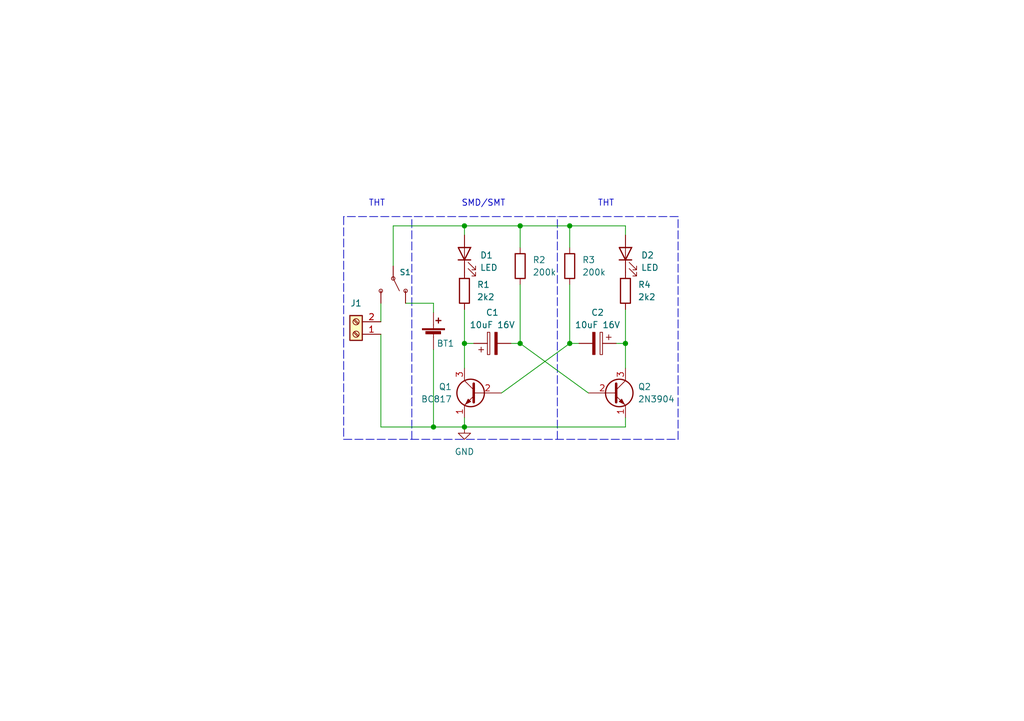
<source format=kicad_sch>
(kicad_sch (version 20211123) (generator eeschema)
  (paper "A5")
  (title_block (title "Soldering contest PCB HAN") (date "2022-11-18") (rev "V0.2") (company "HAN ") (comment 1 "Designed by: Casper R. Tak"))
  (lib_symbols
    (symbol "Connector:Screw_Terminal_01x02" (pin_names (offset 1.016) hide)
      (property "Reference" "J" (at 0 2.54 0))
      (property "Value" "Screw_Terminal_01x02" (at 0 -5.08 0))
      (symbol "Screw_Terminal_01x02_1_1"
        (rectangle (start -1.27 1.27) (end 1.27 -3.81) (stroke (width 0.254)) (fill (type background)))
        (circle (center 0 -2.54) (radius 0.635) (stroke (width 0.1524)))
        (polyline (pts (xy -0.5334 -2.2098) (xy 0.3302 -3.048)) (stroke (width 0.1524)))
        (polyline (pts (xy -0.5334 0.3302) (xy 0.3302 -0.508)) (stroke (width 0.1524)))
        (polyline (pts (xy -0.3556 -2.032) (xy 0.508 -2.8702)) (stroke (width 0.1524)))
        (polyline (pts (xy -0.3556 0.508) (xy 0.508 -0.3302)) (stroke (width 0.1524)))
        (circle (center 0 0) (radius 0.635) (stroke (width 0.1524)))
        (pin passive line (at -5.08 0 0) (length 3.81) (name "Pin_1") (number "1"))
        (pin passive line (at -5.08 -2.54 0) (length 3.81) (name "Pin_2") (number "2"))
      )
    )
    (symbol "Device:Battery_Cell" (pin_numbers hide) (pin_names (offset 0) hide)
      (property "Reference" "BT" (at 2.54 2.54 0))
      (property "Value" "Battery_Cell" (at 2.54 0 0))
      (symbol "Battery_Cell_0_1"
        (rectangle (start -2.286 1.778) (end 2.286 1.524) (fill (type outline)))
        (rectangle (start -1.5748 1.1938) (end 1.4732 0.6858) (fill (type outline)))
        (polyline (pts (xy 0 0.762) (xy 0 0)))
        (polyline (pts (xy 0 1.778) (xy 0 2.54)))
        (polyline (pts (xy 0.508 3.429) (xy 1.524 3.429)) (stroke (width 0.254)))
        (polyline (pts (xy 1.016 3.937) (xy 1.016 2.921)) (stroke (width 0.254)))
      )
      (symbol "Battery_Cell_1_1"
        (pin passive line (at 0 5.08 270) (length 2.54) (name "+") (number "1"))
        (pin passive line (at 0 -2.54 90) (length 2.54) (name "-") (number "2"))
      )
    )
    (symbol "Device:C_Polarized" (pin_numbers hide) (pin_names (offset 0.254))
      (property "Reference" "C" (at 0.635 2.54 0))
      (property "Value" "C_Polarized" (at 0.635 -2.54 0))
      (symbol "C_Polarized_0_1"
        (rectangle (start -2.286 0.508) (end 2.286 1.016))
        (polyline (pts (xy -1.778 2.286) (xy -0.762 2.286)))
        (polyline (pts (xy -1.27 2.794) (xy -1.27 1.778)))
        (rectangle (start 2.286 -0.508) (end -2.286 -1.016) (fill (type outline)))
      )
      (symbol "C_Polarized_1_1"
        (pin passive line (at 0 3.81 270) (length 2.794) (name "~") (number "1"))
        (pin passive line (at 0 -3.81 90) (length 2.794) (name "~") (number "2"))
      )
    )
    (symbol "Device:LED" (pin_numbers hide) (pin_names (offset 1.016) hide)
      (property "Reference" "D" (at 0 2.54 0))
      (property "Value" "LED" (at 0 -2.54 0))
      (symbol "LED_0_1"
        (polyline (pts (xy -1.27 -1.27) (xy -1.27 1.27)) (stroke (width 0.254)))
        (polyline (pts (xy -1.27 0) (xy 1.27 0)))
        (polyline (pts (xy 1.27 -1.27) (xy 1.27 1.27) (xy -1.27 0) (xy 1.27 -1.27)) (stroke (width 0.254)))
        (polyline (pts (xy -3.048 -0.762) (xy -4.572 -2.286) (xy -3.81 -2.286) (xy -4.572 -2.286) (xy -4.572 -1.524)))
        (polyline (pts (xy -1.778 -0.762) (xy -3.302 -2.286) (xy -2.54 -2.286) (xy -3.302 -2.286) (xy -3.302 -1.524)))
      )
      (symbol "LED_1_1"
        (pin passive line (at -3.81 0 0) (length 2.54) (name "K") (number "1"))
        (pin passive line (at 3.81 0 180) (length 2.54) (name "A") (number "2"))
      )
    )
    (symbol "Device:R" (pin_numbers hide) (pin_names (offset 0))
      (property "Reference" "R" (at 2.032 0 90))
      (property "Value" "R" (at 0 0 90))
      (symbol "R_0_1"
        (rectangle (start -1.016 -2.54) (end 1.016 2.54) (stroke (width 0.254)))
      )
      (symbol "R_1_1"
        (pin passive line (at 0 3.81 270) (length 1.27) (name "~") (number "1"))
        (pin passive line (at 0 -3.81 90) (length 1.27) (name "~") (number "2"))
      )
    )
    (symbol "SparkFun-Switches:SWITCH-SPDT-PTH-11.6X4.0MM-KIT" (pin_numbers hide) (pin_names (offset 1.016) hide)
      (property "Reference" "S" (at -2.54 3.81 0))
      (property "Value" "SWITCH-SPDT-PTH-11.6X4.0MM-KIT" (at -2.54 -5.08 0))
      (property "Field4" "SWCH-08261" (at 0 7.62 0))
      (symbol "SWITCH-SPDT-PTH-11.6X4.0MM-KIT_1_0"
        (polyline (pts (xy 0 0) (xy 2.54 1.27)))
        (polyline (pts (xy 2.54 -2.54) (xy 3.175 -2.54)))
        (polyline (pts (xy 2.54 2.54) (xy 3.175 2.54)))
      )
      (symbol "SWITCH-SPDT-PTH-11.6X4.0MM-KIT_1_1"
        (circle (center 0 0) (radius 0.3556))
        (circle (center 2.54 -2.54) (radius 0.3556))
        (circle (center 2.54 2.54) (radius 0.3556))
        (pin passive line (at 5.08 2.54 180) (length 2.54) (name "O") (number "1"))
        (pin passive line (at -2.54 0 0) (length 2.54) (name "P") (number "2"))
        (pin passive line (at 5.08 -2.54 180) (length 2.54) (name "S") (number "3"))
      )
    )
    (symbol "Transistor_BJT:2N3904" (pin_names (offset 0) hide)
      (property "Reference" "Q" (at 5.08 1.905 0))
      (property "Value" "2N3904" (at 5.08 0 0))
      (symbol "2N3904_0_1"
        (polyline (pts (xy 0.635 0.635) (xy 2.54 2.54)))
        (polyline (pts (xy 0.635 -0.635) (xy 2.54 -2.54) (xy 2.54 -2.54)))
        (polyline (pts (xy 0.635 1.905) (xy 0.635 -1.905) (xy 0.635 -1.905)) (stroke (width 0.508)))
        (polyline (pts (xy 1.27 -1.778) (xy 1.778 -1.27) (xy 2.286 -2.286) (xy 1.27 -1.778) (xy 1.27 -1.778)) (fill (type outline)))
        (circle (center 1.27 0) (radius 2.8194) (stroke (width 0.254)))
      )
      (symbol "2N3904_1_1"
        (pin passive line (at 2.54 -5.08 90) (length 2.54) (name "E") (number "1"))
        (pin passive line (at -5.08 0 0) (length 5.715) (name "B") (number "2"))
        (pin passive line (at 2.54 5.08 270) (length 2.54) (name "C") (number "3"))
      )
    )
    (symbol "power:GND" (power) (pin_names (offset 0))
      (property "Value" "GND" (at 0 -3.81 0))
      (symbol "GND_0_1"
        (polyline (pts (xy 0 0) (xy 0 -1.27) (xy 1.27 -1.27) (xy 0 -2.54) (xy -1.27 -1.27) (xy 0 -1.27)))
      )
      (symbol "GND_1_1"
        (pin power_in line (at 0 0 270) (length 0) hide (name "GND") (number "1"))
      )
    )
  )
  (junction (at 95.25 87.63))
  (junction (at 95.25 46.355))
  (junction (at 128.27 70.485))
  (junction (at 95.25 70.485))
  (junction (at 116.84 46.355))
  (junction (at 88.9 87.63))
  (junction (at 106.68 46.355))
  (junction (at 116.84 70.485))
  (junction (at 106.68 70.485))
  (wire (pts (xy 78.105 66.04) (xy 78.105 62.23)))
  (polyline (pts (xy 111.76 44.45) (xy 70.485 44.45)))
  (polyline (pts (xy 114.3 90.17) (xy 114.3 44.45)))
  (wire (pts (xy 126.365 70.485) (xy 128.27 70.485)))
  (wire (pts (xy 106.68 70.485) (xy 104.775 70.485)))
  (wire (pts (xy 128.27 48.26) (xy 128.27 46.355)))
  (wire (pts (xy 116.84 70.485) (xy 102.87 80.645)))
  (wire (pts (xy 116.84 70.485) (xy 118.745 70.485)))
  (wire (pts (xy 116.84 46.355) (xy 128.27 46.355)))
  (wire (pts (xy 128.27 70.485) (xy 128.27 75.565)))
  (polyline (pts (xy 84.455 90.17) (xy 84.455 44.45)))
  (wire (pts (xy 78.105 68.58) (xy 78.105 87.63)))
  (wire (pts (xy 97.155 70.485) (xy 95.25 70.485)))
  (wire (pts (xy 116.84 46.355) (xy 116.84 50.8)))
  (wire (pts (xy 106.68 46.355) (xy 106.68 50.8)))
  (wire (pts (xy 83.185 62.23) (xy 88.9 62.23)))
  (wire (pts (xy 88.9 87.63) (xy 95.25 87.63)))
  (wire (pts (xy 95.25 87.63) (xy 95.25 85.725)))
  (wire (pts (xy 80.645 46.355) (xy 95.25 46.355)))
  (wire (pts (xy 95.25 46.355) (xy 95.25 48.26)))
  (polyline (pts (xy 70.485 90.17) (xy 139.065 90.17)))
  (wire (pts (xy 78.105 87.63) (xy 88.9 87.63)))
  (wire (pts (xy 128.27 87.63) (xy 128.27 85.725)))
  (wire (pts (xy 88.9 62.23) (xy 88.9 64.135)))
  (polyline (pts (xy 70.485 44.45) (xy 70.485 90.17)))
  (wire (pts (xy 120.65 80.645) (xy 106.68 70.485)))
  (wire (pts (xy 128.27 63.5) (xy 128.27 70.485)))
  (wire (pts (xy 106.68 46.355) (xy 95.25 46.355)))
  (wire (pts (xy 106.68 58.42) (xy 106.68 70.485)))
  (polyline (pts (xy 139.065 44.45) (xy 111.76 44.45)))
  (wire (pts (xy 95.25 70.485) (xy 95.25 75.565)))
  (wire (pts (xy 95.25 63.5) (xy 95.25 70.485)))
  (wire (pts (xy 106.68 46.355) (xy 116.84 46.355)))
  (wire (pts (xy 80.645 54.61) (xy 80.645 46.355)))
  (wire (pts (xy 95.25 87.63) (xy 128.27 87.63)))
  (polyline (pts (xy 139.065 90.17) (xy 139.065 44.45)))
  (wire (pts (xy 88.9 71.755) (xy 88.9 87.63)))
  (wire (pts (xy 116.84 58.42) (xy 116.84 70.485)))
  (text "SMD/SMT \n" (at 94.615 42.545 0) (effects (font (size 1.27 1.27)) (justify left bottom)))
  (text "THT" (at 122.555 42.545 0) (effects (font (size 1.27 1.27)) (justify left bottom)))
  (text "THT" (at 75.565 42.545 0) (effects (font (size 1.27 1.27)) (justify left bottom)))
  (symbol (lib_id "Device:LED") (at 128.27 52.07 90) (unit 1)
    (property "Reference" "D2" (at 131.445 52.3874 90) (effects (justify right)))
    (property "Value" "LED" (at 131.445 54.9274 90) (effects (justify right)))
    (property "Footprint" "LED_THT:LED_D5.0mm_Clear" (effects hide))
  )
  (symbol (lib_id "Device:C_Polarized") (at 122.555 70.485 270) (unit 1)
    (property "Reference" "C2" (at 122.555 64.135 90))
    (property "Value" "10uF 16V" (at 122.555 66.675 90))
    (property "Footprint" "Capacitor_THT:CP_Radial_D4.0mm_P2.00mm" (effects hide))
  )
  (symbol (lib_id "Transistor_BJT:2N3904") (at 125.73 80.645 0) (unit 1)
    (property "Reference" "Q2" (at 130.81 79.3749 0) (effects (justify left)))
    (property "Value" "2N3904" (at 130.81 81.9149 0) (effects (justify left)))
    (property "Footprint" "Package_TO_SOT_THT:TO-92_Inline_Wide" (effects hide))
    (property "Datasheet" "https://www.onsemi.com/pub/Collateral/2N3903-D.PDF" (effects hide))
  )
  (symbol (lib_id "Connector:Screw_Terminal_01x02") (at 73.025 68.58 180) (unit 1)
    (property "Reference" "J1" (at 73.025 62.23 0))
    (property "Value" "Screw_Terminal_01x02" (effects hide))
    (property "Footprint" "TerminalBlock:TerminalBlock_bornier-2_P5.08mm" (effects hide))
  )
  (symbol (lib_id "Device:R") (at 128.27 59.69 180) (unit 1)
    (property "Reference" "R4" (at 130.81 58.4199 0) (effects (justify right)))
    (property "Value" "2k2" (at 130.81 60.9599 0) (effects (justify right)))
    (property "Footprint" "Resistor_THT:R_Axial_DIN0207_L6.3mm_D2.5mm_P7.62mm_Horizontal" (effects hide))
  )
  (symbol (lib_id "Device:C_Polarized") (at 100.965 70.485 90) (unit 1)
    (property "Reference" "C1" (at 100.965 64.135 90))
    (property "Value" "10uF 16V" (at 100.965 66.675 90))
    (property "Footprint" "Capacitor_SMD:C_1206_3216Metric_Pad1.33x1.80mm_HandSolder" (effects hide))
  )
  (symbol (lib_id "Device:R") (at 106.68 54.61 0) (unit 1)
    (property "Reference" "R2" (at 109.22 53.3399 0) (effects (justify left)))
    (property "Value" "200k" (at 109.22 55.8799 0) (effects (justify left)))
    (property "Footprint" "Resistor_SMD:R_0805_2012Metric_Pad1.20x1.40mm_HandSolder" (effects hide))
  )
  (symbol (lib_id "Device:R") (at 116.84 54.61 0) (unit 1)
    (property "Reference" "R3" (at 119.38 53.3399 0) (effects (justify left)))
    (property "Value" "200k" (at 119.38 55.8799 0) (effects (justify left)))
    (property "Footprint" "Resistor_THT:R_Axial_DIN0204_L3.6mm_D1.6mm_P2.54mm_Vertical" (effects hide))
  )
  (symbol (lib_id "SparkFun-Switches:SWITCH-SPDT-PTH-11.6X4.0MM-KIT") (at 80.645 57.15 270) (unit 1)
    (property "Reference" "S1" (at 81.915 55.88 90) (effects (font (size 1.143 1.143)) (justify left)))
    (property "Value" "SWITCH-SPDT-PTH-11.6X4.0MM-KIT" (effects hide))
    (property "Footprint" "SnapEDA Library:SW_1825159-1" (effects hide))
    (property "Field4" "SWCH-08261" (effects hide))
  )
  (symbol (lib_id "Transistor_BJT:2N3904") (at 97.79 80.645 0) (mirror y) (unit 1)
    (property "Reference" "Q1" (at 92.71 79.3749 0) (effects (justify left)))
    (property "Value" "BC817" (at 92.71 81.9149 0) (effects (justify left)))
    (property "Footprint" "Package_TO_SOT_SMD:SOT-23_Handsoldering" (effects hide))
    (property "Datasheet" "https://assets.nexperia.com/documents/data-sheet/BC817_SER.pdf" (effects hide))
  )
  (symbol (lib_id "Device:LED") (at 95.25 52.07 90) (unit 1)
    (property "Reference" "D1" (at 98.425 52.3874 90) (effects (justify right)))
    (property "Value" "LED" (at 98.425 54.9274 90) (effects (justify right)))
    (property "Footprint" "LED_SMD:LED_0805_2012Metric_Pad1.15x1.40mm_HandSolder" (effects hide))
  )
  (symbol (lib_id "Device:R") (at 95.25 59.69 180) (unit 1)
    (property "Reference" "R1" (at 97.79 58.4199 0) (effects (justify right)))
    (property "Value" "2k2" (at 97.79 60.9599 0) (effects (justify right)))
    (property "Footprint" "Resistor_SMD:R_01005_0402Metric_Pad0.57x0.30mm_HandSolder" (effects hide))
  )
  (symbol (lib_id "power:GND") (at 95.25 87.63 0) (unit 1)
    (property "Reference" "#PWR01" (effects hide))
    (property "Value" "GND" (at 95.25 92.71 0))
  )
  (symbol (lib_id "Device:Battery_Cell") (at 88.9 69.215 0) (unit 1)
    (property "Reference" "BT1" (at 89.535 70.485 0) (effects (justify left)))
    (property "Value" "Battery_Cell" (effects hide))
    (property "Footprint" "Battery:BatteryHolder_Keystone_3002_1x2032" (effects hide))
  )
)
</source>
